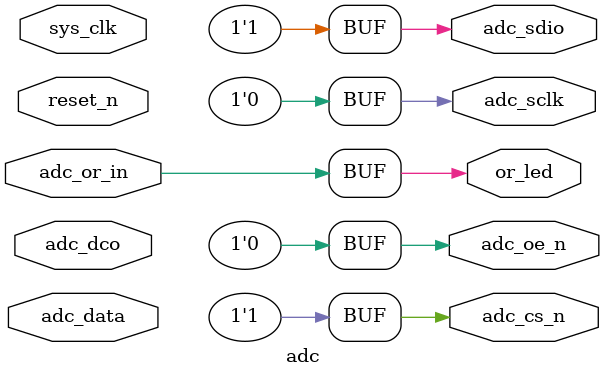
<source format=v>
`timescale 1ns/1ps
module adc (

    input           reset_n,
    input           sys_clk, // Keep sys_clk as the same frequency as adc_dco

    input           adc_dco,
    input [13:0]    adc_data,
    output          adc_oe_n,
    input           adc_or_in,

    output          or_led,
    output          adc_sclk,
    output          adc_sdio,
    output          adc_cs_n
);

// Signals
reg [13:0]          adc_data_r1, adc_data_r2;
reg [13:0]          adc_usr;
assign adc_sclk = 1'b0; // Data format is Binary
assign adc_sdio = 1'b1; // Enable DCS
assign adc_cs_n = 1'b1;
assign adc_oe_n = 1'b0; // Enable ADC output
assign or_led = adc_or_in; // Indicator of out of range

always @(posedge adc_dco or negedge reset_n) begin
    if(~reset_n) begin
         adc_data_r1 <= 'h0;
         adc_data_r2 <= 'h0;
    end else begin
         adc_data_r1 <= adc_data;
         adc_data_r2 <= adc_data_r1;
    end
end

always @(posedge sys_clk or negedge reset_n) begin
    if(~reset_n) begin
         adc_usr <= 0;
    end else begin
         adc_usr <= adc_data_r2;
    end
end

endmodule
</source>
